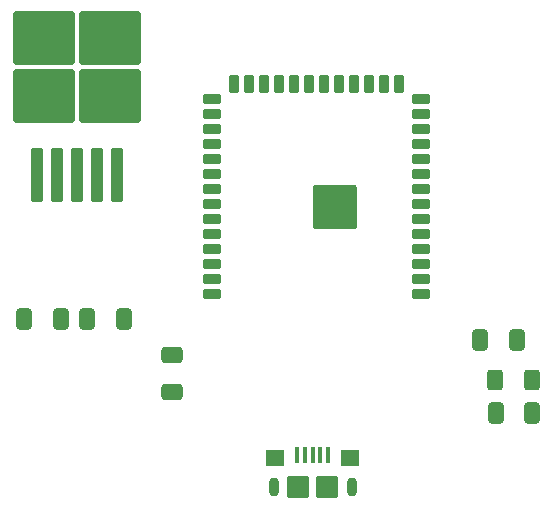
<source format=gtp>
G04 #@! TF.GenerationSoftware,KiCad,Pcbnew,8.0.7-8.0.7-0~ubuntu22.04.1*
G04 #@! TF.CreationDate,2025-01-30T21:49:18+01:00*
G04 #@! TF.ProjectId,linefollower_pcb,6c696e65-666f-46c6-9c6f-7765725f7063,rev?*
G04 #@! TF.SameCoordinates,Original*
G04 #@! TF.FileFunction,Paste,Top*
G04 #@! TF.FilePolarity,Positive*
%FSLAX46Y46*%
G04 Gerber Fmt 4.6, Leading zero omitted, Abs format (unit mm)*
G04 Created by KiCad (PCBNEW 8.0.7-8.0.7-0~ubuntu22.04.1) date 2025-01-30 21:49:18*
%MOMM*%
%LPD*%
G01*
G04 APERTURE LIST*
G04 Aperture macros list*
%AMRoundRect*
0 Rectangle with rounded corners*
0 $1 Rounding radius*
0 $2 $3 $4 $5 $6 $7 $8 $9 X,Y pos of 4 corners*
0 Add a 4 corners polygon primitive as box body*
4,1,4,$2,$3,$4,$5,$6,$7,$8,$9,$2,$3,0*
0 Add four circle primitives for the rounded corners*
1,1,$1+$1,$2,$3*
1,1,$1+$1,$4,$5*
1,1,$1+$1,$6,$7*
1,1,$1+$1,$8,$9*
0 Add four rect primitives between the rounded corners*
20,1,$1+$1,$2,$3,$4,$5,0*
20,1,$1+$1,$4,$5,$6,$7,0*
20,1,$1+$1,$6,$7,$8,$9,0*
20,1,$1+$1,$8,$9,$2,$3,0*%
G04 Aperture macros list end*
%ADD10RoundRect,0.100000X-0.100000X-0.575000X0.100000X-0.575000X0.100000X0.575000X-0.100000X0.575000X0*%
%ADD11O,0.900000X1.600000*%
%ADD12RoundRect,0.250000X-0.550000X-0.450000X0.550000X-0.450000X0.550000X0.450000X-0.550000X0.450000X0*%
%ADD13RoundRect,0.250000X-0.700000X-0.700000X0.700000X-0.700000X0.700000X0.700000X-0.700000X0.700000X0*%
%ADD14RoundRect,0.250000X-0.412500X-0.650000X0.412500X-0.650000X0.412500X0.650000X-0.412500X0.650000X0*%
%ADD15RoundRect,0.250000X-0.650000X0.412500X-0.650000X-0.412500X0.650000X-0.412500X0.650000X0.412500X0*%
%ADD16RoundRect,0.250000X-0.400000X-0.625000X0.400000X-0.625000X0.400000X0.625000X-0.400000X0.625000X0*%
%ADD17RoundRect,0.225000X-0.525000X-0.225000X0.525000X-0.225000X0.525000X0.225000X-0.525000X0.225000X0*%
%ADD18RoundRect,0.225000X0.225000X0.525000X-0.225000X0.525000X-0.225000X-0.525000X0.225000X-0.525000X0*%
%ADD19RoundRect,0.225000X0.525000X0.225000X-0.525000X0.225000X-0.525000X-0.225000X0.525000X-0.225000X0*%
%ADD20RoundRect,0.185000X1.665000X1.665000X-1.665000X1.665000X-1.665000X-1.665000X1.665000X-1.665000X0*%
%ADD21RoundRect,0.250000X0.300000X-2.050000X0.300000X2.050000X-0.300000X2.050000X-0.300000X-2.050000X0*%
%ADD22RoundRect,0.250000X2.375000X-2.025000X2.375000X2.025000X-2.375000X2.025000X-2.375000X-2.025000X0*%
%ADD23RoundRect,0.250000X0.412500X0.650000X-0.412500X0.650000X-0.412500X-0.650000X0.412500X-0.650000X0*%
G04 APERTURE END LIST*
D10*
X84850000Y-119875000D03*
X85500000Y-119875000D03*
X86150000Y-119875000D03*
X86800000Y-119875000D03*
X87450000Y-119875000D03*
D11*
X82850000Y-122550000D03*
D12*
X82950000Y-120100000D03*
D13*
X84950000Y-122550000D03*
X87350000Y-122550000D03*
D12*
X89350000Y-120100000D03*
D11*
X89450000Y-122550000D03*
D14*
X61687500Y-108350000D03*
X64812500Y-108350000D03*
D15*
X74250000Y-111437500D03*
X74250000Y-114562500D03*
D16*
X101600000Y-113550000D03*
X104700000Y-113550000D03*
D17*
X95330000Y-106220000D03*
X95330000Y-104950000D03*
X95330000Y-103680000D03*
X95330000Y-102410000D03*
X95330000Y-101140000D03*
X95330000Y-99870000D03*
X95330000Y-98600000D03*
X95330000Y-97330000D03*
X95330000Y-96060000D03*
X95330000Y-94790000D03*
X95330000Y-93520000D03*
X95330000Y-92250000D03*
X95330000Y-90980000D03*
X95330000Y-89710000D03*
D18*
X93460000Y-88430000D03*
X92190000Y-88430000D03*
X90920000Y-88430000D03*
X89650000Y-88430000D03*
X88380000Y-88430000D03*
X87110000Y-88430000D03*
X85840000Y-88430000D03*
X84570000Y-88430000D03*
X83300000Y-88430000D03*
X82030000Y-88430000D03*
X80760000Y-88430000D03*
X79490000Y-88430000D03*
D19*
X77610000Y-89730000D03*
X77610000Y-91000000D03*
X77610000Y-92270000D03*
X77610000Y-93540000D03*
X77610000Y-94810000D03*
X77610000Y-96080000D03*
X77610000Y-97350000D03*
X77610000Y-98620000D03*
X77610000Y-99890000D03*
X77610000Y-101160000D03*
X77610000Y-102430000D03*
X77610000Y-103700000D03*
X77610000Y-104970000D03*
X77610000Y-106240000D03*
D20*
X88050000Y-98850000D03*
D14*
X101637500Y-116350000D03*
X104762500Y-116350000D03*
D21*
X62800000Y-96175000D03*
X64500000Y-96175000D03*
X66200000Y-96175000D03*
D22*
X63425000Y-89450000D03*
X68975000Y-89450000D03*
X63425000Y-84600000D03*
X68975000Y-84600000D03*
D21*
X67900000Y-96175000D03*
X69600000Y-96175000D03*
D23*
X70187500Y-108350000D03*
X67062500Y-108350000D03*
X103462500Y-110150000D03*
X100337500Y-110150000D03*
M02*

</source>
